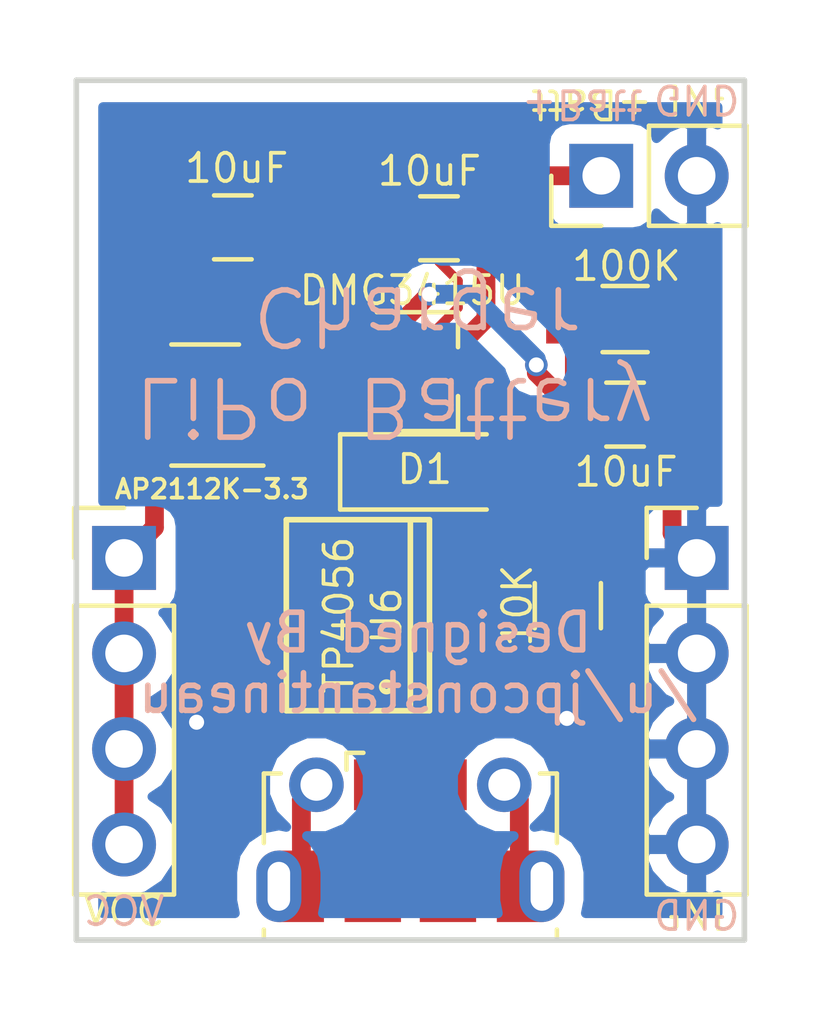
<source format=kicad_pcb>
(kicad_pcb (version 4) (host pcbnew 4.0.7)

  (general
    (links 40)
    (no_connects 0)
    (area 96.852381 129.87238 121.58762 157.687)
    (thickness 1.6)
    (drawings 14)
    (tracks 114)
    (zones 0)
    (modules 13)
    (nets 8)
  )

  (page A4)
  (layers
    (0 F.Cu signal)
    (31 B.Cu signal)
    (32 B.Adhes user)
    (33 F.Adhes user)
    (34 B.Paste user)
    (35 F.Paste user)
    (36 B.SilkS user)
    (37 F.SilkS user)
    (38 B.Mask user)
    (39 F.Mask user)
    (40 Dwgs.User user)
    (41 Cmts.User user hide)
    (42 Eco1.User user hide)
    (43 Eco2.User user hide)
    (44 Edge.Cuts user)
    (45 Margin user hide)
    (46 B.CrtYd user hide)
    (47 F.CrtYd user hide)
    (48 B.Fab user hide)
    (49 F.Fab user hide)
  )

  (setup
    (last_trace_width 0.25)
    (user_trace_width 0.2)
    (user_trace_width 0.5)
    (trace_clearance 0.2)
    (zone_clearance 0.508)
    (zone_45_only yes)
    (trace_min 0.2)
    (segment_width 0.2)
    (edge_width 0.15)
    (via_size 0.6)
    (via_drill 0.4)
    (via_min_size 0.4)
    (via_min_drill 0.3)
    (uvia_size 0.3)
    (uvia_drill 0.1)
    (uvias_allowed no)
    (uvia_min_size 0.2)
    (uvia_min_drill 0.1)
    (pcb_text_width 0.3)
    (pcb_text_size 1.5 1.5)
    (mod_edge_width 0.15)
    (mod_text_size 1 1)
    (mod_text_width 0.15)
    (pad_size 3.25 3.25)
    (pad_drill 0)
    (pad_to_mask_clearance 0.2)
    (aux_axis_origin 0 0)
    (visible_elements 7FFFFFFF)
    (pcbplotparams
      (layerselection 0x010f0_80000001)
      (usegerberextensions false)
      (excludeedgelayer true)
      (linewidth 0.100000)
      (plotframeref false)
      (viasonmask false)
      (mode 1)
      (useauxorigin false)
      (hpglpennumber 1)
      (hpglpenspeed 20)
      (hpglpendiameter 15)
      (hpglpenoverlay 2)
      (psnegative false)
      (psa4output false)
      (plotreference true)
      (plotvalue true)
      (plotinvisibletext false)
      (padsonsilk false)
      (subtractmaskfromsilk false)
      (outputformat 1)
      (mirror false)
      (drillshape 0)
      (scaleselection 1)
      (outputdirectory gerber/))
  )

  (net 0 "")
  (net 1 GND)
  (net 2 VCC)
  (net 3 "Net-(J1-Pad6)")
  (net 4 /VBus)
  (net 5 "Net-(C5-Pad1)")
  (net 6 /VBatt)
  (net 7 "Net-(R3-Pad1)")

  (net_class Default "This is the default net class."
    (clearance 0.2)
    (trace_width 0.25)
    (via_dia 0.6)
    (via_drill 0.4)
    (uvia_dia 0.3)
    (uvia_drill 0.1)
    (add_net /VBatt)
    (add_net /VBus)
    (add_net GND)
    (add_net "Net-(C5-Pad1)")
    (add_net "Net-(J1-Pad6)")
    (add_net "Net-(R3-Pad1)")
    (add_net VCC)
  )

  (net_class Power ""
    (clearance 0.2)
    (trace_width 0.5)
    (via_dia 0.6)
    (via_drill 0.4)
    (uvia_dia 0.3)
    (uvia_drill 0.1)
  )

  (module Connectors_USB:USB_Micro-B_Molex-105017-0001 (layer F.Cu) (tedit 5B15D408) (tstamp 5B11795C)
    (at 109.22 153.162)
    (descr http://www.molex.com/pdm_docs/sd/1050170001_sd.pdf)
    (tags "Micro-USB SMD Typ-B")
    (path /5B116606)
    (attr smd)
    (fp_text reference J1 (at 0.0381 -4.37388) (layer F.SilkS) hide
      (effects (font (size 1 1) (thickness 0.15)))
    )
    (fp_text value USB_OTG (at 0.3 3.45) (layer F.Fab)
      (effects (font (size 1 1) (thickness 0.15)))
    )
    (fp_line (start -4.4 2.75) (end 4.4 2.75) (layer F.CrtYd) (width 0.05))
    (fp_line (start 4.4 -3.35) (end 4.4 2.75) (layer F.CrtYd) (width 0.05))
    (fp_line (start -4.4 -3.35) (end 4.4 -3.35) (layer F.CrtYd) (width 0.05))
    (fp_line (start -4.4 2.75) (end -4.4 -3.35) (layer F.CrtYd) (width 0.05))
    (fp_text user "PCB Edge" (at 0 1.8) (layer Dwgs.User)
      (effects (font (size 0.5 0.5) (thickness 0.08)))
    )
    (fp_line (start -3.9 -2.65) (end -3.45 -2.65) (layer F.SilkS) (width 0.12))
    (fp_line (start -3.9 -0.8) (end -3.9 -2.65) (layer F.SilkS) (width 0.12))
    (fp_line (start 3.9 1.75) (end 3.9 1.5) (layer F.SilkS) (width 0.12))
    (fp_line (start 3.75 2.5) (end 3.75 -2.5) (layer F.Fab) (width 0.1))
    (fp_line (start -3 1.801704) (end 3 1.801704) (layer F.Fab) (width 0.1))
    (fp_line (start -3.75 2.501704) (end 3.75 2.501704) (layer F.Fab) (width 0.1))
    (fp_line (start -3.75 -2.5) (end 3.75 -2.5) (layer F.Fab) (width 0.1))
    (fp_line (start -3.75 2.5) (end -3.75 -2.5) (layer F.Fab) (width 0.1))
    (fp_line (start -3.9 1.75) (end -3.9 1.5) (layer F.SilkS) (width 0.12))
    (fp_line (start 3.9 -0.8) (end 3.9 -2.65) (layer F.SilkS) (width 0.12))
    (fp_line (start 3.9 -2.65) (end 3.45 -2.65) (layer F.SilkS) (width 0.12))
    (fp_text user %R (at 0 0) (layer F.Fab)
      (effects (font (size 1 1) (thickness 0.15)))
    )
    (fp_line (start -1.7 -3.2) (end -1.25 -3.2) (layer F.SilkS) (width 0.12))
    (fp_line (start -1.7 -3.2) (end -1.7 -2.75) (layer F.SilkS) (width 0.12))
    (fp_line (start -1.3 -2.6) (end -1.5 -2.8) (layer F.Fab) (width 0.1))
    (fp_line (start -1.1 -2.8) (end -1.3 -2.6) (layer F.Fab) (width 0.1))
    (fp_line (start -1.5 -3.01) (end -1.1 -3.01) (layer F.Fab) (width 0.1))
    (fp_line (start -1.5 -3.01) (end -1.5 -2.8) (layer F.Fab) (width 0.1))
    (fp_line (start -1.1 -3.01) (end -1.1 -2.8) (layer F.Fab) (width 0.1))
    (pad 6 smd rect (at 1 0.35) (size 1.5 1.9) (layers F.Cu F.Paste F.Mask)
      (net 3 "Net-(J1-Pad6)"))
    (pad 6 thru_hole circle (at -2.5 -2.35) (size 1.45 1.45) (drill 0.85) (layers *.Cu *.Mask)
      (net 3 "Net-(J1-Pad6)"))
    (pad 2 smd rect (at -0.65 -2.35) (size 0.4 1.35) (layers F.Cu F.Paste F.Mask))
    (pad 1 smd rect (at -1.3 -2.35) (size 0.4 1.35) (layers F.Cu F.Paste F.Mask)
      (net 4 /VBus))
    (pad 5 smd rect (at 1.3 -2.35) (size 0.4 1.35) (layers F.Cu F.Paste F.Mask)
      (net 1 GND))
    (pad 4 smd rect (at 0.65 -2.35) (size 0.4 1.35) (layers F.Cu F.Paste F.Mask))
    (pad 3 smd rect (at 0 -2.35) (size 0.4 1.35) (layers F.Cu F.Paste F.Mask))
    (pad 6 thru_hole circle (at 2.5 -2.35) (size 1.45 1.45) (drill 0.85) (layers *.Cu *.Mask)
      (net 3 "Net-(J1-Pad6)"))
    (pad 6 smd rect (at -1 0.35) (size 1.5 1.9) (layers F.Cu F.Paste F.Mask)
      (net 3 "Net-(J1-Pad6)"))
    (pad 6 thru_hole oval (at -3.5 0.35 180) (size 1.2 1.9) (drill oval 0.6 1.3) (layers *.Cu *.Mask)
      (net 3 "Net-(J1-Pad6)"))
    (pad 6 thru_hole oval (at 3.5 0.35) (size 1.2 1.9) (drill oval 0.6 1.3) (layers *.Cu *.Mask)
      (net 3 "Net-(J1-Pad6)"))
    (pad 6 smd rect (at 2.9 0.35) (size 1.2 1.9) (layers F.Cu F.Mask)
      (net 3 "Net-(J1-Pad6)"))
    (pad 6 smd rect (at -2.9 0.35) (size 1.2 1.9) (layers F.Cu F.Mask)
      (net 3 "Net-(J1-Pad6)"))
    (model ${KISYS3DMOD}/Connectors_USB.3dshapes/USB_Micro-B_Molex-105017-0001.wrl
      (at (xyz 0 0 0))
      (scale (xyz 1 1 1))
      (rotate (xyz 0 0 0))
    )
  )

  (module TO_SOT_Packages_SMD:SOT-23-5_HandSoldering (layer F.Cu) (tedit 5B160FDA) (tstamp 5B117965)
    (at 103.759 140.716 180)
    (descr "5-pin SOT23 package")
    (tags "SOT-23-5 hand-soldering")
    (path /5B1178CE)
    (attr smd)
    (fp_text reference U3 (at -0.20192 -3.07852 180) (layer F.Fab)
      (effects (font (size 1 1) (thickness 0.15)))
    )
    (fp_text value AP2112K-3.3 (at -0.1778 -2.2352 180) (layer F.SilkS)
      (effects (font (size 0.5 0.5) (thickness 0.1)))
    )
    (fp_text user %R (at -0.10796 0.076159 270) (layer F.Fab)
      (effects (font (size 0.5 0.5) (thickness 0.075)))
    )
    (fp_line (start -0.9 1.61) (end 0.9 1.61) (layer F.SilkS) (width 0.12))
    (fp_line (start 0.9 -1.61) (end -1.55 -1.61) (layer F.SilkS) (width 0.12))
    (fp_line (start -0.9 -0.9) (end -0.25 -1.55) (layer F.Fab) (width 0.1))
    (fp_line (start 0.9 -1.55) (end -0.25 -1.55) (layer F.Fab) (width 0.1))
    (fp_line (start -0.9 -0.9) (end -0.9 1.55) (layer F.Fab) (width 0.1))
    (fp_line (start 0.9 1.55) (end -0.9 1.55) (layer F.Fab) (width 0.1))
    (fp_line (start 0.9 -1.55) (end 0.9 1.55) (layer F.Fab) (width 0.1))
    (fp_line (start -2.38 -1.8) (end 2.38 -1.8) (layer F.CrtYd) (width 0.05))
    (fp_line (start -2.38 -1.8) (end -2.38 1.8) (layer F.CrtYd) (width 0.05))
    (fp_line (start 2.38 1.8) (end 2.38 -1.8) (layer F.CrtYd) (width 0.05))
    (fp_line (start 2.38 1.8) (end -2.38 1.8) (layer F.CrtYd) (width 0.05))
    (pad 1 smd rect (at -1.35 -0.95 180) (size 1.56 0.65) (layers F.Cu F.Paste F.Mask)
      (net 5 "Net-(C5-Pad1)"))
    (pad 2 smd rect (at -1.35 0 180) (size 1.56 0.65) (layers F.Cu F.Paste F.Mask)
      (net 1 GND))
    (pad 3 smd rect (at -1.35 0.95 180) (size 1.56 0.65) (layers F.Cu F.Paste F.Mask)
      (net 5 "Net-(C5-Pad1)"))
    (pad 4 smd rect (at 1.35 0.95 180) (size 1.56 0.65) (layers F.Cu F.Paste F.Mask))
    (pad 5 smd rect (at 1.35 -0.95 180) (size 1.56 0.65) (layers F.Cu F.Paste F.Mask)
      (net 2 VCC))
    (model ${KISYS3DMOD}/TO_SOT_Packages_SMD.3dshapes\SOT-23-5.wrl
      (at (xyz 0 0 0))
      (scale (xyz 1 1 1))
      (rotate (xyz 0 0 0))
    )
  )

  (module TO_SOT_Packages_SMD:SOT-23 (layer F.Cu) (tedit 5B15EE98) (tstamp 5B158CF2)
    (at 109.728 139.827)
    (descr "SOT-23, Standard")
    (tags SOT-23)
    (path /5B1587C5)
    (attr smd)
    (fp_text reference Q1 (at 0.2159 -2.554061) (layer F.Fab) hide
      (effects (font (size 1 1) (thickness 0.15)))
    )
    (fp_text value DMG3415U (at -0.4572 -2.159) (layer F.SilkS)
      (effects (font (size 0.75 0.75) (thickness 0.1)))
    )
    (fp_text user %R (at -0.043941 0.017781 90) (layer F.Fab)
      (effects (font (size 0.5 0.5) (thickness 0.075)))
    )
    (fp_line (start -0.7 -0.95) (end -0.7 1.5) (layer F.Fab) (width 0.1))
    (fp_line (start -0.15 -1.52) (end 0.7 -1.52) (layer F.Fab) (width 0.1))
    (fp_line (start -0.7 -0.95) (end -0.15 -1.52) (layer F.Fab) (width 0.1))
    (fp_line (start 0.7 -1.52) (end 0.7 1.52) (layer F.Fab) (width 0.1))
    (fp_line (start -0.7 1.52) (end 0.7 1.52) (layer F.Fab) (width 0.1))
    (fp_line (start 0.76 1.58) (end 0.76 0.65) (layer F.SilkS) (width 0.12))
    (fp_line (start 0.76 -1.58) (end 0.76 -0.65) (layer F.SilkS) (width 0.12))
    (fp_line (start -1.7 -1.75) (end 1.7 -1.75) (layer F.CrtYd) (width 0.05))
    (fp_line (start 1.7 -1.75) (end 1.7 1.75) (layer F.CrtYd) (width 0.05))
    (fp_line (start 1.7 1.75) (end -1.7 1.75) (layer F.CrtYd) (width 0.05))
    (fp_line (start -1.7 1.75) (end -1.7 -1.75) (layer F.CrtYd) (width 0.05))
    (fp_line (start 0.76 -1.58) (end -1.4 -1.58) (layer F.SilkS) (width 0.12))
    (fp_line (start 0.76 1.58) (end -0.7 1.58) (layer F.SilkS) (width 0.12))
    (pad 1 smd rect (at -1 -0.95) (size 0.9 0.8) (layers F.Cu F.Paste F.Mask)
      (net 4 /VBus))
    (pad 2 smd rect (at -1 0.95) (size 0.9 0.8) (layers F.Cu F.Paste F.Mask)
      (net 5 "Net-(C5-Pad1)"))
    (pad 3 smd rect (at 1 0) (size 0.9 0.8) (layers F.Cu F.Paste F.Mask)
      (net 6 /VBatt))
    (model ${KISYS3DMOD}/TO_SOT_Packages_SMD.3dshapes/SOT-23.wrl
      (at (xyz 0 0 0))
      (scale (xyz 1 1 1))
      (rotate (xyz 0 0 0))
    )
  )

  (module Capacitors_SMD:C_0805_HandSoldering (layer F.Cu) (tedit 5B160E1B) (tstamp 5B158E89)
    (at 104.4956 135.9916)
    (descr "Capacitor SMD 0805, hand soldering")
    (tags "capacitor 0805")
    (path /5B158BD8)
    (attr smd)
    (fp_text reference C5 (at 0 -1.75) (layer F.SilkS) hide
      (effects (font (size 1 1) (thickness 0.15)))
    )
    (fp_text value 10uF (at 0.1016 -1.5748) (layer F.SilkS)
      (effects (font (size 0.75 0.75) (thickness 0.1)))
    )
    (fp_text user %R (at 0 -1.75) (layer F.Fab)
      (effects (font (size 1 1) (thickness 0.15)))
    )
    (fp_line (start -1 0.62) (end -1 -0.62) (layer F.Fab) (width 0.1))
    (fp_line (start 1 0.62) (end -1 0.62) (layer F.Fab) (width 0.1))
    (fp_line (start 1 -0.62) (end 1 0.62) (layer F.Fab) (width 0.1))
    (fp_line (start -1 -0.62) (end 1 -0.62) (layer F.Fab) (width 0.1))
    (fp_line (start 0.5 -0.85) (end -0.5 -0.85) (layer F.SilkS) (width 0.12))
    (fp_line (start -0.5 0.85) (end 0.5 0.85) (layer F.SilkS) (width 0.12))
    (fp_line (start -2.25 -0.88) (end 2.25 -0.88) (layer F.CrtYd) (width 0.05))
    (fp_line (start -2.25 -0.88) (end -2.25 0.87) (layer F.CrtYd) (width 0.05))
    (fp_line (start 2.25 0.87) (end 2.25 -0.88) (layer F.CrtYd) (width 0.05))
    (fp_line (start 2.25 0.87) (end -2.25 0.87) (layer F.CrtYd) (width 0.05))
    (pad 1 smd rect (at -1.25 0) (size 1.5 1.25) (layers F.Cu F.Paste F.Mask)
      (net 5 "Net-(C5-Pad1)"))
    (pad 2 smd rect (at 1.25 0) (size 1.5 1.25) (layers F.Cu F.Paste F.Mask)
      (net 1 GND))
    (model Capacitors_SMD.3dshapes/C_0805.wrl
      (at (xyz 0 0 0))
      (scale (xyz 1 1 1))
      (rotate (xyz 0 0 0))
    )
  )

  (module Capacitors_SMD:C_0805_HandSoldering (layer F.Cu) (tedit 5B15F459) (tstamp 5B158E95)
    (at 109.982 136.017 180)
    (descr "Capacitor SMD 0805, hand soldering")
    (tags "capacitor 0805")
    (path /5B15AD1F)
    (attr smd)
    (fp_text reference C7 (at 0 -1.75 180) (layer F.Fab)
      (effects (font (size 1 1) (thickness 0.15)))
    )
    (fp_text value 10uF (at 0.254 1.524 180) (layer F.SilkS)
      (effects (font (size 0.75 0.75) (thickness 0.1)))
    )
    (fp_text user %R (at 0 -1.75 180) (layer F.Fab)
      (effects (font (size 1 1) (thickness 0.15)))
    )
    (fp_line (start -1 0.62) (end -1 -0.62) (layer F.Fab) (width 0.1))
    (fp_line (start 1 0.62) (end -1 0.62) (layer F.Fab) (width 0.1))
    (fp_line (start 1 -0.62) (end 1 0.62) (layer F.Fab) (width 0.1))
    (fp_line (start -1 -0.62) (end 1 -0.62) (layer F.Fab) (width 0.1))
    (fp_line (start 0.5 -0.85) (end -0.5 -0.85) (layer F.SilkS) (width 0.12))
    (fp_line (start -0.5 0.85) (end 0.5 0.85) (layer F.SilkS) (width 0.12))
    (fp_line (start -2.25 -0.88) (end 2.25 -0.88) (layer F.CrtYd) (width 0.05))
    (fp_line (start -2.25 -0.88) (end -2.25 0.87) (layer F.CrtYd) (width 0.05))
    (fp_line (start 2.25 0.87) (end 2.25 -0.88) (layer F.CrtYd) (width 0.05))
    (fp_line (start 2.25 0.87) (end -2.25 0.87) (layer F.CrtYd) (width 0.05))
    (pad 1 smd rect (at -1.25 0 180) (size 1.5 1.25) (layers F.Cu F.Paste F.Mask)
      (net 6 /VBatt))
    (pad 2 smd rect (at 1.25 0 180) (size 1.5 1.25) (layers F.Cu F.Paste F.Mask)
      (net 1 GND))
    (model Capacitors_SMD.3dshapes/C_0805.wrl
      (at (xyz 0 0 0))
      (scale (xyz 1 1 1))
      (rotate (xyz 0 0 0))
    )
  )

  (module Pin_Headers:Pin_Header_Straight_1x02_Pitch2.54mm (layer F.Cu) (tedit 5B160D1F) (tstamp 5B158EA1)
    (at 114.3 134.62 90)
    (descr "Through hole straight pin header, 1x02, 2.54mm pitch, single row")
    (tags "Through hole pin header THT 1x02 2.54mm single row")
    (path /5B15B915)
    (fp_text reference J3 (at 0.00762 -2.31394 90) (layer F.Fab)
      (effects (font (size 1 1) (thickness 0.15)))
    )
    (fp_text value Conn_01x02 (at 0 4.87 90) (layer F.Fab)
      (effects (font (size 1 1) (thickness 0.15)))
    )
    (fp_line (start -0.635 -1.27) (end 1.27 -1.27) (layer F.Fab) (width 0.1))
    (fp_line (start 1.27 -1.27) (end 1.27 3.81) (layer F.Fab) (width 0.1))
    (fp_line (start 1.27 3.81) (end -1.27 3.81) (layer F.Fab) (width 0.1))
    (fp_line (start -1.27 3.81) (end -1.27 -0.635) (layer F.Fab) (width 0.1))
    (fp_line (start -1.27 -0.635) (end -0.635 -1.27) (layer F.Fab) (width 0.1))
    (fp_line (start -1.33 3.87) (end 1.33 3.87) (layer F.SilkS) (width 0.12))
    (fp_line (start -1.33 1.27) (end -1.33 3.87) (layer F.SilkS) (width 0.12))
    (fp_line (start 1.33 1.27) (end 1.33 3.87) (layer F.SilkS) (width 0.12))
    (fp_line (start -1.33 1.27) (end 1.33 1.27) (layer F.SilkS) (width 0.12))
    (fp_line (start -1.33 0) (end -1.33 -1.33) (layer F.SilkS) (width 0.12))
    (fp_line (start -1.33 -1.33) (end 0 -1.33) (layer F.SilkS) (width 0.12))
    (fp_line (start -1.8 -1.8) (end -1.8 4.35) (layer F.CrtYd) (width 0.05))
    (fp_line (start -1.8 4.35) (end 1.8 4.35) (layer F.CrtYd) (width 0.05))
    (fp_line (start 1.8 4.35) (end 1.8 -1.8) (layer F.CrtYd) (width 0.05))
    (fp_line (start 1.8 -1.8) (end -1.8 -1.8) (layer F.CrtYd) (width 0.05))
    (fp_text user %R (at 0.13462 1.61798 180) (layer F.Fab)
      (effects (font (size 1 1) (thickness 0.15)))
    )
    (pad 1 thru_hole rect (at 0 0 90) (size 1.7 1.7) (drill 1) (layers *.Cu *.Mask)
      (net 6 /VBatt))
    (pad 2 thru_hole oval (at 0 2.54 90) (size 1.7 1.7) (drill 1) (layers *.Cu *.Mask)
      (net 1 GND))
    (model ${KISYS3DMOD}/Pin_Headers.3dshapes/Pin_Header_Straight_1x02_Pitch2.54mm.wrl
      (at (xyz 0 0 0))
      (scale (xyz 1 1 1))
      (rotate (xyz 0 0 0))
    )
  )

  (module Resistors_SMD:R_0805_HandSoldering (layer F.Cu) (tedit 5B15EE64) (tstamp 5B158EA7)
    (at 114.935 138.43)
    (descr "Resistor SMD 0805, hand soldering")
    (tags "resistor 0805")
    (path /5B159927)
    (attr smd)
    (fp_text reference R2 (at 0 -1.7) (layer F.SilkS) hide
      (effects (font (size 1 1) (thickness 0.15)))
    )
    (fp_text value 100K (at 0.03556 -1.40716) (layer F.SilkS)
      (effects (font (size 0.75 0.75) (thickness 0.1)))
    )
    (fp_text user %R (at 0 0) (layer F.Fab)
      (effects (font (size 0.5 0.5) (thickness 0.075)))
    )
    (fp_line (start -1 0.62) (end -1 -0.62) (layer F.Fab) (width 0.1))
    (fp_line (start 1 0.62) (end -1 0.62) (layer F.Fab) (width 0.1))
    (fp_line (start 1 -0.62) (end 1 0.62) (layer F.Fab) (width 0.1))
    (fp_line (start -1 -0.62) (end 1 -0.62) (layer F.Fab) (width 0.1))
    (fp_line (start 0.6 0.88) (end -0.6 0.88) (layer F.SilkS) (width 0.12))
    (fp_line (start -0.6 -0.88) (end 0.6 -0.88) (layer F.SilkS) (width 0.12))
    (fp_line (start -2.35 -0.9) (end 2.35 -0.9) (layer F.CrtYd) (width 0.05))
    (fp_line (start -2.35 -0.9) (end -2.35 0.9) (layer F.CrtYd) (width 0.05))
    (fp_line (start 2.35 0.9) (end 2.35 -0.9) (layer F.CrtYd) (width 0.05))
    (fp_line (start 2.35 0.9) (end -2.35 0.9) (layer F.CrtYd) (width 0.05))
    (pad 1 smd rect (at -1.35 0) (size 1.5 1.3) (layers F.Cu F.Paste F.Mask)
      (net 4 /VBus))
    (pad 2 smd rect (at 1.35 0) (size 1.5 1.3) (layers F.Cu F.Paste F.Mask)
      (net 1 GND))
    (model ${KISYS3DMOD}/Resistors_SMD.3dshapes/R_0805.wrl
      (at (xyz 0 0 0))
      (scale (xyz 1 1 1))
      (rotate (xyz 0 0 0))
    )
  )

  (module Resistors_SMD:R_0805_HandSoldering (layer F.Cu) (tedit 5B15ED40) (tstamp 5B158EAD)
    (at 113.411 146.05 270)
    (descr "Resistor SMD 0805, hand soldering")
    (tags "resistor 0805")
    (path /5B15A848)
    (attr smd)
    (fp_text reference R3 (at 0 -1.7 270) (layer F.SilkS) hide
      (effects (font (size 1 1) (thickness 0.15)))
    )
    (fp_text value 10K (at 0 1.3462 270) (layer F.SilkS)
      (effects (font (size 0.75 0.75) (thickness 0.1)))
    )
    (fp_text user %R (at -0.0508 0.06858 270) (layer F.Fab)
      (effects (font (size 0.5 0.5) (thickness 0.075)))
    )
    (fp_line (start -1 0.62) (end -1 -0.62) (layer F.Fab) (width 0.1))
    (fp_line (start 1 0.62) (end -1 0.62) (layer F.Fab) (width 0.1))
    (fp_line (start 1 -0.62) (end 1 0.62) (layer F.Fab) (width 0.1))
    (fp_line (start -1 -0.62) (end 1 -0.62) (layer F.Fab) (width 0.1))
    (fp_line (start 0.6 0.88) (end -0.6 0.88) (layer F.SilkS) (width 0.12))
    (fp_line (start -0.6 -0.88) (end 0.6 -0.88) (layer F.SilkS) (width 0.12))
    (fp_line (start -2.35 -0.9) (end 2.35 -0.9) (layer F.CrtYd) (width 0.05))
    (fp_line (start -2.35 -0.9) (end -2.35 0.9) (layer F.CrtYd) (width 0.05))
    (fp_line (start 2.35 0.9) (end 2.35 -0.9) (layer F.CrtYd) (width 0.05))
    (fp_line (start 2.35 0.9) (end -2.35 0.9) (layer F.CrtYd) (width 0.05))
    (pad 1 smd rect (at -1.35 0 270) (size 1.5 1.3) (layers F.Cu F.Paste F.Mask)
      (net 7 "Net-(R3-Pad1)"))
    (pad 2 smd rect (at 1.35 0 270) (size 1.5 1.3) (layers F.Cu F.Paste F.Mask)
      (net 1 GND))
    (model ${KISYS3DMOD}/Resistors_SMD.3dshapes/R_0805.wrl
      (at (xyz 0 0 0))
      (scale (xyz 1 1 1))
      (rotate (xyz 0 0 0))
    )
  )

  (module Capacitors_SMD:C_0805_HandSoldering (layer F.Cu) (tedit 5B15F3FD) (tstamp 5B15979C)
    (at 114.935 140.97)
    (descr "Capacitor SMD 0805, hand soldering")
    (tags "capacitor 0805")
    (path /5B15F50A)
    (attr smd)
    (fp_text reference C8 (at 0 -1.75) (layer F.Fab)
      (effects (font (size 1 1) (thickness 0.15)))
    )
    (fp_text value 10uF (at 0.0254 1.524) (layer F.SilkS)
      (effects (font (size 0.75 0.75) (thickness 0.1)))
    )
    (fp_text user %R (at 0 -1.75) (layer F.Fab)
      (effects (font (size 1 1) (thickness 0.15)))
    )
    (fp_line (start -1 0.62) (end -1 -0.62) (layer F.Fab) (width 0.1))
    (fp_line (start 1 0.62) (end -1 0.62) (layer F.Fab) (width 0.1))
    (fp_line (start 1 -0.62) (end 1 0.62) (layer F.Fab) (width 0.1))
    (fp_line (start -1 -0.62) (end 1 -0.62) (layer F.Fab) (width 0.1))
    (fp_line (start 0.5 -0.85) (end -0.5 -0.85) (layer F.SilkS) (width 0.12))
    (fp_line (start -0.5 0.85) (end 0.5 0.85) (layer F.SilkS) (width 0.12))
    (fp_line (start -2.25 -0.88) (end 2.25 -0.88) (layer F.CrtYd) (width 0.05))
    (fp_line (start -2.25 -0.88) (end -2.25 0.87) (layer F.CrtYd) (width 0.05))
    (fp_line (start 2.25 0.87) (end 2.25 -0.88) (layer F.CrtYd) (width 0.05))
    (fp_line (start 2.25 0.87) (end -2.25 0.87) (layer F.CrtYd) (width 0.05))
    (pad 1 smd rect (at -1.25 0) (size 1.5 1.25) (layers F.Cu F.Paste F.Mask)
      (net 4 /VBus))
    (pad 2 smd rect (at 1.25 0) (size 1.5 1.25) (layers F.Cu F.Paste F.Mask)
      (net 1 GND))
    (model Capacitors_SMD.3dshapes/C_0805.wrl
      (at (xyz 0 0 0))
      (scale (xyz 1 1 1))
      (rotate (xyz 0 0 0))
    )
  )

  (module Power_Integrations:SO-8 (layer F.Cu) (tedit 5B160DEE) (tstamp 5B15E559)
    (at 107.823 146.304 90)
    (descr "SO-8 Surface Mount Small Outline 150mil 8pin Package")
    (tags "Power Integrations D Package")
    (path /5B15E4E3)
    (fp_text reference U6 (at -0.01556 0.76704 90) (layer F.SilkS)
      (effects (font (size 0.75 0.75) (thickness 0.1)))
    )
    (fp_text value TP4056 (at 0 -0.508 270) (layer F.SilkS)
      (effects (font (size 0.75 0.75) (thickness 0.1)))
    )
    (fp_circle (center -1.905 0.762) (end -1.778 0.762) (layer F.SilkS) (width 0.15))
    (fp_line (start -2.54 1.397) (end 2.54 1.397) (layer F.SilkS) (width 0.15))
    (fp_line (start -2.54 -1.905) (end 2.54 -1.905) (layer F.SilkS) (width 0.15))
    (fp_line (start -2.54 1.905) (end 2.54 1.905) (layer F.SilkS) (width 0.15))
    (fp_line (start -2.54 1.905) (end -2.54 -1.905) (layer F.SilkS) (width 0.15))
    (fp_line (start 2.54 1.905) (end 2.54 -1.905) (layer F.SilkS) (width 0.15))
    (pad 1 smd oval (at -1.905 2.794 90) (size 0.6096 1.4732) (layers F.Cu F.Paste F.Mask)
      (net 1 GND))
    (pad 2 smd oval (at -0.635 2.794 90) (size 0.6096 1.4732) (layers F.Cu F.Paste F.Mask)
      (net 7 "Net-(R3-Pad1)"))
    (pad 3 smd oval (at 0.635 2.794 90) (size 0.6096 1.4732) (layers F.Cu F.Paste F.Mask)
      (net 1 GND))
    (pad 4 smd oval (at 1.905 2.794 90) (size 0.6096 1.4732) (layers F.Cu F.Paste F.Mask)
      (net 4 /VBus))
    (pad 5 smd oval (at 1.905 -2.794 90) (size 0.6096 1.4732) (layers F.Cu F.Paste F.Mask)
      (net 6 /VBatt))
    (pad 6 smd oval (at 0.635 -2.794 90) (size 0.6096 1.4732) (layers F.Cu F.Paste F.Mask)
      (net 1 GND))
    (pad 7 smd oval (at -0.635 -2.794 90) (size 0.6096 1.4732) (layers F.Cu F.Paste F.Mask)
      (net 1 GND))
    (pad 8 smd oval (at -1.905 -2.794 90) (size 0.6096 1.4732) (layers F.Cu F.Paste F.Mask)
      (net 4 /VBus))
  )

  (module Diodes_SMD:D_SOD-123 (layer F.Cu) (tedit 5B161A15) (tstamp 5B161994)
    (at 109.601 142.494)
    (descr SOD-123)
    (tags SOD-123)
    (path /5B158495)
    (attr smd)
    (fp_text reference D1 (at 0 -0.07) (layer F.SilkS)
      (effects (font (size 0.75 0.75) (thickness 0.1)))
    )
    (fp_text value MBR120 (at 0 2.1) (layer F.Fab)
      (effects (font (size 1 1) (thickness 0.15)))
    )
    (fp_text user %R (at 0 -2) (layer F.Fab)
      (effects (font (size 1 1) (thickness 0.15)))
    )
    (fp_line (start -2.25 -1) (end -2.25 1) (layer F.SilkS) (width 0.12))
    (fp_line (start 0.25 0) (end 0.75 0) (layer F.Fab) (width 0.1))
    (fp_line (start 0.25 0.4) (end -0.35 0) (layer F.Fab) (width 0.1))
    (fp_line (start 0.25 -0.4) (end 0.25 0.4) (layer F.Fab) (width 0.1))
    (fp_line (start -0.35 0) (end 0.25 -0.4) (layer F.Fab) (width 0.1))
    (fp_line (start -0.35 0) (end -0.35 0.55) (layer F.Fab) (width 0.1))
    (fp_line (start -0.35 0) (end -0.35 -0.55) (layer F.Fab) (width 0.1))
    (fp_line (start -0.75 0) (end -0.35 0) (layer F.Fab) (width 0.1))
    (fp_line (start -1.4 0.9) (end -1.4 -0.9) (layer F.Fab) (width 0.1))
    (fp_line (start 1.4 0.9) (end -1.4 0.9) (layer F.Fab) (width 0.1))
    (fp_line (start 1.4 -0.9) (end 1.4 0.9) (layer F.Fab) (width 0.1))
    (fp_line (start -1.4 -0.9) (end 1.4 -0.9) (layer F.Fab) (width 0.1))
    (fp_line (start -2.35 -1.15) (end 2.35 -1.15) (layer F.CrtYd) (width 0.05))
    (fp_line (start 2.35 -1.15) (end 2.35 1.15) (layer F.CrtYd) (width 0.05))
    (fp_line (start 2.35 1.15) (end -2.35 1.15) (layer F.CrtYd) (width 0.05))
    (fp_line (start -2.35 -1.15) (end -2.35 1.15) (layer F.CrtYd) (width 0.05))
    (fp_line (start -2.25 1) (end 1.65 1) (layer F.SilkS) (width 0.12))
    (fp_line (start -2.25 -1) (end 1.65 -1) (layer F.SilkS) (width 0.12))
    (pad 1 smd rect (at -1.65 0) (size 0.9 1.2) (layers F.Cu F.Paste F.Mask)
      (net 5 "Net-(C5-Pad1)"))
    (pad 2 smd rect (at 1.65 0) (size 0.9 1.2) (layers F.Cu F.Paste F.Mask)
      (net 4 /VBus))
    (model ${KISYS3DMOD}/Diodes_SMD.3dshapes/D_SOD-123.wrl
      (at (xyz 0 0 0))
      (scale (xyz 1 1 1))
      (rotate (xyz 0 0 0))
    )
  )

  (module Pin_Headers:Pin_Header_Straight_1x04_Pitch2.54mm (layer F.Cu) (tedit 5B29E033) (tstamp 5B29DB30)
    (at 116.84 144.78)
    (descr "Through hole straight pin header, 1x04, 2.54mm pitch, single row")
    (tags "Through hole pin header THT 1x04 2.54mm single row")
    (path /5B29E27E)
    (fp_text reference J2 (at 0 -2.33) (layer F.SilkS) hide
      (effects (font (size 1 1) (thickness 0.15)))
    )
    (fp_text value Conn_01x04 (at 0 9.95) (layer F.Fab)
      (effects (font (size 1 1) (thickness 0.15)))
    )
    (fp_line (start -0.635 -1.27) (end 1.27 -1.27) (layer F.Fab) (width 0.1))
    (fp_line (start 1.27 -1.27) (end 1.27 8.89) (layer F.Fab) (width 0.1))
    (fp_line (start 1.27 8.89) (end -1.27 8.89) (layer F.Fab) (width 0.1))
    (fp_line (start -1.27 8.89) (end -1.27 -0.635) (layer F.Fab) (width 0.1))
    (fp_line (start -1.27 -0.635) (end -0.635 -1.27) (layer F.Fab) (width 0.1))
    (fp_line (start -1.33 8.95) (end 1.33 8.95) (layer F.SilkS) (width 0.12))
    (fp_line (start -1.33 1.27) (end -1.33 8.95) (layer F.SilkS) (width 0.12))
    (fp_line (start 1.33 1.27) (end 1.33 8.95) (layer F.SilkS) (width 0.12))
    (fp_line (start -1.33 1.27) (end 1.33 1.27) (layer F.SilkS) (width 0.12))
    (fp_line (start -1.33 0) (end -1.33 -1.33) (layer F.SilkS) (width 0.12))
    (fp_line (start -1.33 -1.33) (end 0 -1.33) (layer F.SilkS) (width 0.12))
    (fp_line (start -1.8 -1.8) (end -1.8 9.4) (layer F.CrtYd) (width 0.05))
    (fp_line (start -1.8 9.4) (end 1.8 9.4) (layer F.CrtYd) (width 0.05))
    (fp_line (start 1.8 9.4) (end 1.8 -1.8) (layer F.CrtYd) (width 0.05))
    (fp_line (start 1.8 -1.8) (end -1.8 -1.8) (layer F.CrtYd) (width 0.05))
    (fp_text user %R (at 0 3.81 90) (layer F.Fab)
      (effects (font (size 1 1) (thickness 0.15)))
    )
    (pad 1 thru_hole rect (at 0 0) (size 1.7 1.7) (drill 1) (layers *.Cu *.Mask)
      (net 1 GND))
    (pad 2 thru_hole oval (at 0 2.54) (size 1.7 1.7) (drill 1) (layers *.Cu *.Mask)
      (net 1 GND))
    (pad 3 thru_hole oval (at 0 5.08) (size 1.7 1.7) (drill 1) (layers *.Cu *.Mask)
      (net 1 GND))
    (pad 4 thru_hole oval (at 0 7.62) (size 1.7 1.7) (drill 1) (layers *.Cu *.Mask)
      (net 1 GND))
    (model ${KISYS3DMOD}/Pin_Headers.3dshapes/Pin_Header_Straight_1x04_Pitch2.54mm.wrl
      (at (xyz 0 0 0))
      (scale (xyz 1 1 1))
      (rotate (xyz 0 0 0))
    )
  )

  (module Pin_Headers:Pin_Header_Straight_1x04_Pitch2.54mm (layer F.Cu) (tedit 5B29E038) (tstamp 5B29DB38)
    (at 101.6 144.78)
    (descr "Through hole straight pin header, 1x04, 2.54mm pitch, single row")
    (tags "Through hole pin header THT 1x04 2.54mm single row")
    (path /5B29E383)
    (fp_text reference J4 (at 0 -2.33) (layer F.SilkS) hide
      (effects (font (size 1 1) (thickness 0.15)))
    )
    (fp_text value Conn_01x04 (at 0 9.95) (layer F.Fab)
      (effects (font (size 1 1) (thickness 0.15)))
    )
    (fp_line (start -0.635 -1.27) (end 1.27 -1.27) (layer F.Fab) (width 0.1))
    (fp_line (start 1.27 -1.27) (end 1.27 8.89) (layer F.Fab) (width 0.1))
    (fp_line (start 1.27 8.89) (end -1.27 8.89) (layer F.Fab) (width 0.1))
    (fp_line (start -1.27 8.89) (end -1.27 -0.635) (layer F.Fab) (width 0.1))
    (fp_line (start -1.27 -0.635) (end -0.635 -1.27) (layer F.Fab) (width 0.1))
    (fp_line (start -1.33 8.95) (end 1.33 8.95) (layer F.SilkS) (width 0.12))
    (fp_line (start -1.33 1.27) (end -1.33 8.95) (layer F.SilkS) (width 0.12))
    (fp_line (start 1.33 1.27) (end 1.33 8.95) (layer F.SilkS) (width 0.12))
    (fp_line (start -1.33 1.27) (end 1.33 1.27) (layer F.SilkS) (width 0.12))
    (fp_line (start -1.33 0) (end -1.33 -1.33) (layer F.SilkS) (width 0.12))
    (fp_line (start -1.33 -1.33) (end 0 -1.33) (layer F.SilkS) (width 0.12))
    (fp_line (start -1.8 -1.8) (end -1.8 9.4) (layer F.CrtYd) (width 0.05))
    (fp_line (start -1.8 9.4) (end 1.8 9.4) (layer F.CrtYd) (width 0.05))
    (fp_line (start 1.8 9.4) (end 1.8 -1.8) (layer F.CrtYd) (width 0.05))
    (fp_line (start 1.8 -1.8) (end -1.8 -1.8) (layer F.CrtYd) (width 0.05))
    (fp_text user %R (at 0 3.81 90) (layer F.Fab)
      (effects (font (size 1 1) (thickness 0.15)))
    )
    (pad 1 thru_hole rect (at 0 0) (size 1.7 1.7) (drill 1) (layers *.Cu *.Mask)
      (net 2 VCC))
    (pad 2 thru_hole oval (at 0 2.54) (size 1.7 1.7) (drill 1) (layers *.Cu *.Mask)
      (net 2 VCC))
    (pad 3 thru_hole oval (at 0 5.08) (size 1.7 1.7) (drill 1) (layers *.Cu *.Mask)
      (net 2 VCC))
    (pad 4 thru_hole oval (at 0 7.62) (size 1.7 1.7) (drill 1) (layers *.Cu *.Mask)
      (net 2 VCC))
    (model ${KISYS3DMOD}/Pin_Headers.3dshapes/Pin_Header_Straight_1x04_Pitch2.54mm.wrl
      (at (xyz 0 0 0))
      (scale (xyz 1 1 1))
      (rotate (xyz 0 0 0))
    )
  )

  (gr_text "LiPo Battery \nCharger" (at 109.3724 139.5476 180) (layer B.SilkS)
    (effects (font (size 1.5 1.5) (thickness 0.15)) (justify mirror))
  )
  (gr_text "Designed By\n/u/jpconstantineau" (at 109.4232 147.574) (layer B.SilkS)
    (effects (font (size 1 1) (thickness 0.15)) (justify mirror))
  )
  (gr_text GND (at 116.84 154.305) (layer B.SilkS)
    (effects (font (size 0.75 0.75) (thickness 0.1)) (justify mirror))
  )
  (gr_text VCC (at 101.6 154.178) (layer B.SilkS)
    (effects (font (size 0.75 0.75) (thickness 0.1)) (justify mirror))
  )
  (gr_text GND (at 116.84 154.305) (layer F.SilkS)
    (effects (font (size 0.75 0.75) (thickness 0.1)))
  )
  (gr_text VCC (at 101.6 154.178) (layer F.SilkS)
    (effects (font (size 0.75 0.75) (thickness 0.1)))
  )
  (gr_text +Batt (at 113.792 132.715 180) (layer B.SilkS)
    (effects (font (size 0.75 0.75) (thickness 0.1)) (justify mirror))
  )
  (gr_text GND (at 116.84 132.588 180) (layer B.SilkS)
    (effects (font (size 0.75 0.75) (thickness 0.1)) (justify mirror))
  )
  (gr_text +Batt (at 114.046 132.715 180) (layer F.SilkS)
    (effects (font (size 0.75 0.75) (thickness 0.1)))
  )
  (gr_text GND (at 116.84 132.588 180) (layer F.SilkS)
    (effects (font (size 0.75 0.75) (thickness 0.1)))
  )
  (gr_line (start 118.11 154.94) (end 100.33 154.94) (layer Edge.Cuts) (width 0.15))
  (gr_line (start 118.11 132.08) (end 118.11 154.94) (layer Edge.Cuts) (width 0.15))
  (gr_line (start 100.33 132.08) (end 118.11 132.08) (layer Edge.Cuts) (width 0.15))
  (gr_line (start 100.33 154.94) (end 100.33 132.08) (layer Edge.Cuts) (width 0.15))

  (segment (start 110.52 150.812) (end 110.52 148.306) (width 0.25) (layer F.Cu) (net 1))
  (segment (start 110.52 148.306) (end 110.617 148.209) (width 0.25) (layer F.Cu) (net 1))
  (segment (start 113.3856 149.0472) (end 113.3856 147.4254) (width 0.5) (layer F.Cu) (net 1))
  (segment (start 113.3856 147.4254) (end 113.411 147.4) (width 0.5) (layer F.Cu) (net 1))
  (segment (start 103.5304 149.1488) (end 113.284 149.1488) (width 0.5) (layer B.Cu) (net 1))
  (segment (start 113.284 149.1488) (end 113.3856 149.0472) (width 0.5) (layer B.Cu) (net 1))
  (via (at 113.3856 149.0472) (size 0.6) (drill 0.4) (layers F.Cu B.Cu) (net 1))
  (segment (start 105.029 146.939) (end 104.5972 146.939) (width 0.5) (layer F.Cu) (net 1))
  (segment (start 104.5972 146.939) (end 103.5304 148.0058) (width 0.5) (layer F.Cu) (net 1))
  (segment (start 103.5304 148.0058) (end 103.5304 148.208338) (width 0.5) (layer F.Cu) (net 1))
  (segment (start 103.5304 148.208338) (end 103.5304 149.1488) (width 0.5) (layer F.Cu) (net 1))
  (via (at 103.5304 149.1488) (size 0.6) (drill 0.4) (layers F.Cu B.Cu) (net 1))
  (segment (start 105.109 140.716) (end 106.074002 140.716) (width 0.5) (layer F.Cu) (net 1))
  (segment (start 106.074002 140.716) (end 106.339001 140.451001) (width 0.5) (layer F.Cu) (net 1))
  (segment (start 106.339001 140.451001) (end 106.339001 139.534999) (width 0.5) (layer F.Cu) (net 1))
  (segment (start 106.339001 139.534999) (end 108.732 137.142) (width 0.5) (layer F.Cu) (net 1))
  (segment (start 108.732 137.142) (end 108.732 136.017) (width 0.5) (layer F.Cu) (net 1))
  (segment (start 108.732 136.017) (end 105.771 136.017) (width 0.5) (layer F.Cu) (net 1))
  (segment (start 105.771 136.017) (end 105.7456 135.9916) (width 0.5) (layer F.Cu) (net 1))
  (segment (start 116.185 140.97) (end 116.185 144.125) (width 0.5) (layer F.Cu) (net 1))
  (segment (start 116.185 144.125) (end 116.84 144.78) (width 0.5) (layer F.Cu) (net 1))
  (segment (start 116.285 138.43) (end 116.285 140.87) (width 0.5) (layer F.Cu) (net 1))
  (segment (start 116.285 140.87) (end 116.185 140.97) (width 0.5) (layer F.Cu) (net 1))
  (segment (start 116.84 134.62) (end 116.84 137.875) (width 0.5) (layer F.Cu) (net 1))
  (segment (start 116.84 137.875) (end 116.285 138.43) (width 0.5) (layer F.Cu) (net 1))
  (segment (start 105.029 146.939) (end 105.029 145.669) (width 0.5) (layer F.Cu) (net 1))
  (segment (start 110.1852 148.209) (end 110.617 148.209) (width 0.5) (layer F.Cu) (net 1))
  (segment (start 109.093 146.7612) (end 109.093 147.1168) (width 0.5) (layer F.Cu) (net 1))
  (segment (start 109.093 147.1168) (end 110.1852 148.209) (width 0.5) (layer F.Cu) (net 1))
  (segment (start 110.1852 145.669) (end 109.093 146.7612) (width 0.5) (layer F.Cu) (net 1))
  (segment (start 110.617 145.669) (end 110.1852 145.669) (width 0.5) (layer F.Cu) (net 1))
  (segment (start 116.84 147.32) (end 113.491 147.32) (width 0.5) (layer F.Cu) (net 1))
  (segment (start 113.491 147.32) (end 113.411 147.4) (width 0.5) (layer F.Cu) (net 1))
  (segment (start 110.617 148.209) (end 112.602 148.209) (width 0.5) (layer F.Cu) (net 1))
  (segment (start 112.602 148.209) (end 113.411 147.4) (width 0.5) (layer F.Cu) (net 1))
  (segment (start 104.013 140.716) (end 103.639001 141.089999) (width 0.5) (layer F.Cu) (net 1))
  (segment (start 103.639001 141.089999) (end 103.639001 144.710801) (width 0.5) (layer F.Cu) (net 1))
  (segment (start 103.639001 144.710801) (end 104.5972 145.669) (width 0.5) (layer F.Cu) (net 1))
  (segment (start 104.5972 145.669) (end 105.029 145.669) (width 0.5) (layer F.Cu) (net 1))
  (segment (start 105.109 140.716) (end 104.013 140.716) (width 0.5) (layer F.Cu) (net 1))
  (segment (start 105.109 140.716) (end 105.109 140.541001) (width 0.5) (layer F.Cu) (net 1))
  (segment (start 116.84 147.32) (end 116.84 144.78) (width 0.5) (layer F.Cu) (net 1))
  (segment (start 116.84 149.86) (end 116.84 147.32) (width 0.5) (layer F.Cu) (net 1))
  (segment (start 116.84 152.4) (end 116.84 149.86) (width 0.5) (layer F.Cu) (net 1))
  (segment (start 101.6 149.86) (end 101.6 152.4) (width 0.5) (layer F.Cu) (net 2))
  (segment (start 101.6 147.32) (end 101.6 149.86) (width 0.5) (layer F.Cu) (net 2))
  (segment (start 101.6 144.78) (end 101.6 147.32) (width 0.5) (layer F.Cu) (net 2))
  (segment (start 102.409 141.666) (end 102.409 143.971) (width 0.5) (layer F.Cu) (net 2))
  (segment (start 102.409 143.971) (end 101.6 144.78) (width 0.5) (layer F.Cu) (net 2))
  (segment (start 106.32 153.512) (end 106.32 151.212) (width 0.5) (layer F.Cu) (net 3))
  (segment (start 106.32 151.212) (end 106.72 150.812) (width 0.5) (layer F.Cu) (net 3))
  (segment (start 112.12 153.512) (end 112.12 151.212) (width 0.5) (layer F.Cu) (net 3))
  (segment (start 112.12 151.212) (end 111.72 150.812) (width 0.5) (layer F.Cu) (net 3))
  (segment (start 110.22 153.512) (end 112.12 153.512) (width 0.5) (layer F.Cu) (net 3))
  (segment (start 108.22 153.512) (end 110.22 153.512) (width 0.5) (layer F.Cu) (net 3))
  (segment (start 105.72 153.512) (end 108.22 153.512) (width 0.5) (layer F.Cu) (net 3))
  (segment (start 107.92 150.812) (end 107.92 149.887) (width 0.25) (layer F.Cu) (net 4))
  (segment (start 107.92 149.887) (end 107.92 148.336) (width 0.25) (layer F.Cu) (net 4))
  (segment (start 112.5728 139.6492) (end 112.5728 139.8578) (width 0.5) (layer F.Cu) (net 4))
  (segment (start 112.5728 139.8578) (end 113.685 140.97) (width 0.5) (layer F.Cu) (net 4))
  (segment (start 110.8456 137.7696) (end 112.5728 139.4968) (width 0.5) (layer B.Cu) (net 4))
  (segment (start 112.5728 139.4968) (end 112.5728 139.6492) (width 0.5) (layer B.Cu) (net 4))
  (via (at 112.5728 139.6492) (size 0.6) (drill 0.4) (layers F.Cu B.Cu) (net 4))
  (segment (start 110.152264 137.7696) (end 110.8456 137.7696) (width 0.5) (layer B.Cu) (net 4))
  (segment (start 109.728 137.7696) (end 110.152264 137.7696) (width 0.5) (layer B.Cu) (net 4))
  (segment (start 108.728 138.877) (end 108.728 138.7696) (width 0.5) (layer F.Cu) (net 4))
  (segment (start 108.728 138.7696) (end 109.728 137.7696) (width 0.5) (layer F.Cu) (net 4))
  (via (at 109.728 137.7696) (size 0.6) (drill 0.4) (layers F.Cu B.Cu) (net 4))
  (segment (start 111.251 142.494) (end 112.161 142.494) (width 0.5) (layer F.Cu) (net 4))
  (segment (start 112.161 142.494) (end 113.685 140.97) (width 0.5) (layer F.Cu) (net 4))
  (segment (start 110.617 144.399) (end 110.617 143.128) (width 0.5) (layer F.Cu) (net 4))
  (segment (start 110.617 143.128) (end 111.251 142.494) (width 0.5) (layer F.Cu) (net 4))
  (segment (start 107.92 148.336) (end 107.92 146.6642) (width 0.5) (layer F.Cu) (net 4))
  (segment (start 105.029 148.209) (end 105.4608 148.209) (width 0.5) (layer F.Cu) (net 4))
  (segment (start 105.4608 148.209) (end 105.5878 148.336) (width 0.5) (layer F.Cu) (net 4))
  (segment (start 105.5878 148.336) (end 107.92 148.336) (width 0.5) (layer F.Cu) (net 4))
  (segment (start 107.92 146.6642) (end 110.1852 144.399) (width 0.5) (layer F.Cu) (net 4))
  (segment (start 110.1852 144.399) (end 110.617 144.399) (width 0.5) (layer F.Cu) (net 4))
  (segment (start 113.585 138.43) (end 113.585 140.87) (width 0.5) (layer F.Cu) (net 4))
  (segment (start 113.585 140.87) (end 113.685 140.97) (width 0.5) (layer F.Cu) (net 4))
  (segment (start 109.345802 134.6708) (end 104.6914 134.6708) (width 0.25) (layer F.Cu) (net 5))
  (segment (start 104.6914 134.6708) (end 103.3706 135.9916) (width 0.25) (layer F.Cu) (net 5))
  (segment (start 103.3706 135.9916) (end 103.2456 135.9916) (width 0.25) (layer F.Cu) (net 5))
  (segment (start 109.982 136.906) (end 109.982 135.306998) (width 0.25) (layer F.Cu) (net 5))
  (segment (start 109.982 135.306998) (end 109.345802 134.6708) (width 0.25) (layer F.Cu) (net 5))
  (segment (start 110.49 137.414) (end 109.982 136.906) (width 0.25) (layer F.Cu) (net 5))
  (segment (start 110.49 138.1252) (end 110.49 137.414) (width 0.25) (layer F.Cu) (net 5))
  (segment (start 109.503001 139.112199) (end 110.49 138.1252) (width 0.25) (layer F.Cu) (net 5))
  (segment (start 108.728 140.777) (end 108.778 140.777) (width 0.25) (layer F.Cu) (net 5))
  (segment (start 108.778 140.777) (end 109.503001 140.051999) (width 0.25) (layer F.Cu) (net 5))
  (segment (start 109.503001 140.051999) (end 109.503001 139.112199) (width 0.25) (layer F.Cu) (net 5))
  (segment (start 103.2456 135.9916) (end 103.2456 137.9026) (width 0.5) (layer F.Cu) (net 5))
  (segment (start 103.2456 137.9026) (end 105.109 139.766) (width 0.5) (layer F.Cu) (net 5))
  (segment (start 108.728 140.777) (end 108.728 141.717) (width 0.5) (layer F.Cu) (net 5))
  (segment (start 108.728 141.717) (end 107.951 142.494) (width 0.5) (layer F.Cu) (net 5))
  (segment (start 105.109 141.666) (end 107.123 141.666) (width 0.5) (layer F.Cu) (net 5))
  (segment (start 107.123 141.666) (end 107.951 142.494) (width 0.5) (layer F.Cu) (net 5))
  (segment (start 110.728 139.827) (end 110.728 140.727) (width 0.5) (layer F.Cu) (net 6))
  (segment (start 110.728 140.727) (end 109.22 142.235) (width 0.5) (layer F.Cu) (net 6))
  (segment (start 109.22 142.235) (end 109.22 143.085002) (width 0.5) (layer F.Cu) (net 6))
  (segment (start 109.22 143.085002) (end 107.906002 144.399) (width 0.5) (layer F.Cu) (net 6))
  (segment (start 107.906002 144.399) (end 106.2656 144.399) (width 0.5) (layer F.Cu) (net 6))
  (segment (start 106.2656 144.399) (end 105.029 144.399) (width 0.5) (layer F.Cu) (net 6))
  (segment (start 110.728 139.827) (end 110.728 138.927) (width 0.5) (layer F.Cu) (net 6))
  (segment (start 110.728 138.927) (end 111.232 138.423) (width 0.5) (layer F.Cu) (net 6))
  (segment (start 111.232 138.423) (end 111.232 137.704) (width 0.5) (layer F.Cu) (net 6))
  (segment (start 111.232 136.017) (end 111.232 137.704) (width 0.5) (layer F.Cu) (net 6))
  (segment (start 114.3 134.62) (end 111.252 134.62) (width 0.5) (layer F.Cu) (net 6))
  (segment (start 111.232 136.017) (end 111.232 134.892) (width 0.5) (layer F.Cu) (net 6))
  (segment (start 111.232 134.892) (end 111.252 134.872) (width 0.5) (layer F.Cu) (net 6))
  (segment (start 111.252 134.872) (end 111.252 134.62) (width 0.5) (layer F.Cu) (net 6))
  (segment (start 114.062 134.382) (end 114.3 134.62) (width 0.5) (layer F.Cu) (net 6))
  (segment (start 110.617 146.939) (end 111.172 146.939) (width 0.5) (layer F.Cu) (net 7))
  (segment (start 111.172 146.939) (end 113.411 144.7) (width 0.5) (layer F.Cu) (net 7))

  (zone (net 1) (net_name GND) (layer B.Cu) (tstamp 0) (hatch edge 0.508)
    (connect_pads (clearance 0.508))
    (min_thickness 0.254)
    (fill yes (arc_segments 16) (thermal_gap 0.508) (thermal_bridge_width 0.508))
    (polygon
      (pts
        (xy 98.3996 130.9624) (xy 98.6028 156.1592) (xy 119.634 157.1752) (xy 120.5484 130.2004) (xy 98.298 129.9464)
      )
    )
    (filled_polygon
      (pts
        (xy 117.4 133.26265) (xy 117.19689 133.178524) (xy 116.967 133.299845) (xy 116.967 134.493) (xy 116.987 134.493)
        (xy 116.987 134.747) (xy 116.967 134.747) (xy 116.967 135.940155) (xy 117.19689 136.061476) (xy 117.4 135.97735)
        (xy 117.4 143.295) (xy 117.12575 143.295) (xy 116.967 143.45375) (xy 116.967 144.653) (xy 116.987 144.653)
        (xy 116.987 144.907) (xy 116.967 144.907) (xy 116.967 147.193) (xy 116.987 147.193) (xy 116.987 147.447)
        (xy 116.967 147.447) (xy 116.967 149.733) (xy 116.987 149.733) (xy 116.987 149.987) (xy 116.967 149.987)
        (xy 116.967 152.273) (xy 116.987 152.273) (xy 116.987 152.527) (xy 116.967 152.527) (xy 116.967 153.720819)
        (xy 117.196892 153.841486) (xy 117.4 153.746101) (xy 117.4 154.23) (xy 113.887977 154.23) (xy 113.955 153.893052)
        (xy 113.955 153.130948) (xy 113.880596 152.75689) (xy 115.398524 152.75689) (xy 115.568355 153.166924) (xy 115.958642 153.595183)
        (xy 116.483108 153.841486) (xy 116.713 153.720819) (xy 116.713 152.527) (xy 115.519845 152.527) (xy 115.398524 152.75689)
        (xy 113.880596 152.75689) (xy 113.860991 152.658334) (xy 113.593277 152.257671) (xy 113.192614 151.989957) (xy 112.72 151.895948)
        (xy 112.519148 151.9359) (xy 112.87228 151.583384) (xy 113.079763 151.083708) (xy 113.080236 150.542666) (xy 112.945628 150.21689)
        (xy 115.398524 150.21689) (xy 115.568355 150.626924) (xy 115.958642 151.055183) (xy 116.117954 151.13) (xy 115.958642 151.204817)
        (xy 115.568355 151.633076) (xy 115.398524 152.04311) (xy 115.519845 152.273) (xy 116.713 152.273) (xy 116.713 149.987)
        (xy 115.519845 149.987) (xy 115.398524 150.21689) (xy 112.945628 150.21689) (xy 112.873624 150.042628) (xy 112.491384 149.65972)
        (xy 111.991708 149.452237) (xy 111.450666 149.451764) (xy 110.950628 149.658376) (xy 110.56772 150.040616) (xy 110.360237 150.540292)
        (xy 110.359764 151.081334) (xy 110.566376 151.581372) (xy 110.948616 151.96428) (xy 111.448292 152.171763) (xy 111.974605 152.172223)
        (xy 111.846723 152.257671) (xy 111.579009 152.658334) (xy 111.485 153.130948) (xy 111.485 153.893052) (xy 111.552023 154.23)
        (xy 106.887977 154.23) (xy 106.955 153.893052) (xy 106.955 153.130948) (xy 106.860991 152.658334) (xy 106.593277 152.257671)
        (xy 106.464728 152.171777) (xy 106.989334 152.172236) (xy 107.489372 151.965624) (xy 107.87228 151.583384) (xy 108.079763 151.083708)
        (xy 108.080236 150.542666) (xy 107.873624 150.042628) (xy 107.491384 149.65972) (xy 106.991708 149.452237) (xy 106.450666 149.451764)
        (xy 105.950628 149.658376) (xy 105.56772 150.040616) (xy 105.360237 150.540292) (xy 105.359764 151.081334) (xy 105.566376 151.581372)
        (xy 105.920145 151.935759) (xy 105.72 151.895948) (xy 105.247386 151.989957) (xy 104.846723 152.257671) (xy 104.579009 152.658334)
        (xy 104.485 153.130948) (xy 104.485 153.893052) (xy 104.552023 154.23) (xy 101.04 154.23) (xy 101.04 153.779396)
        (xy 101.570907 153.885) (xy 101.629093 153.885) (xy 102.197378 153.771961) (xy 102.679147 153.450054) (xy 103.001054 152.968285)
        (xy 103.114093 152.4) (xy 103.001054 151.831715) (xy 102.679147 151.349946) (xy 102.349974 151.13) (xy 102.679147 150.910054)
        (xy 103.001054 150.428285) (xy 103.114093 149.86) (xy 103.001054 149.291715) (xy 102.679147 148.809946) (xy 102.349974 148.59)
        (xy 102.679147 148.370054) (xy 103.001054 147.888285) (xy 103.043103 147.67689) (xy 115.398524 147.67689) (xy 115.568355 148.086924)
        (xy 115.958642 148.515183) (xy 116.117954 148.59) (xy 115.958642 148.664817) (xy 115.568355 149.093076) (xy 115.398524 149.50311)
        (xy 115.519845 149.733) (xy 116.713 149.733) (xy 116.713 147.447) (xy 115.519845 147.447) (xy 115.398524 147.67689)
        (xy 103.043103 147.67689) (xy 103.114093 147.32) (xy 103.001054 146.751715) (xy 102.679147 146.269946) (xy 102.637548 146.24215)
        (xy 102.685317 146.233162) (xy 102.901441 146.09409) (xy 103.046431 145.88189) (xy 103.09744 145.63) (xy 103.09744 145.06575)
        (xy 115.355 145.06575) (xy 115.355 145.75631) (xy 115.451673 145.989699) (xy 115.630302 146.168327) (xy 115.839878 146.255136)
        (xy 115.568355 146.553076) (xy 115.398524 146.96311) (xy 115.519845 147.193) (xy 116.713 147.193) (xy 116.713 144.907)
        (xy 115.51375 144.907) (xy 115.355 145.06575) (xy 103.09744 145.06575) (xy 103.09744 143.93) (xy 103.073674 143.80369)
        (xy 115.355 143.80369) (xy 115.355 144.49425) (xy 115.51375 144.653) (xy 116.713 144.653) (xy 116.713 143.45375)
        (xy 116.55425 143.295) (xy 115.863691 143.295) (xy 115.630302 143.391673) (xy 115.451673 143.570301) (xy 115.355 143.80369)
        (xy 103.073674 143.80369) (xy 103.053162 143.694683) (xy 102.91409 143.478559) (xy 102.70189 143.333569) (xy 102.45 143.28256)
        (xy 101.04 143.28256) (xy 101.04 137.954767) (xy 108.792838 137.954767) (xy 108.934883 138.298543) (xy 109.197673 138.561792)
        (xy 109.541201 138.704438) (xy 109.913167 138.704762) (xy 110.034569 138.6546) (xy 110.47902 138.6546) (xy 111.637656 139.813236)
        (xy 111.637638 139.834367) (xy 111.779683 140.178143) (xy 112.042473 140.441392) (xy 112.386001 140.584038) (xy 112.757967 140.584362)
        (xy 113.101743 140.442317) (xy 113.364992 140.179527) (xy 113.507638 139.835999) (xy 113.507962 139.464033) (xy 113.398666 139.199516)
        (xy 113.390433 139.158126) (xy 113.390433 139.158125) (xy 113.367191 139.123341) (xy 113.365917 139.120257) (xy 113.363539 139.117874)
        (xy 113.19859 138.87101) (xy 113.198587 138.871008) (xy 111.47139 137.14381) (xy 111.22235 136.977408) (xy 111.184275 136.951967)
        (xy 111.128084 136.94079) (xy 110.8456 136.884599) (xy 110.845595 136.8846) (xy 110.034822 136.8846) (xy 109.914799 136.834762)
        (xy 109.542833 136.834438) (xy 109.199057 136.976483) (xy 108.935808 137.239273) (xy 108.793162 137.582801) (xy 108.792838 137.954767)
        (xy 101.04 137.954767) (xy 101.04 133.77) (xy 112.80256 133.77) (xy 112.80256 135.47) (xy 112.846838 135.705317)
        (xy 112.98591 135.921441) (xy 113.19811 136.066431) (xy 113.45 136.11744) (xy 115.15 136.11744) (xy 115.385317 136.073162)
        (xy 115.601441 135.93409) (xy 115.746431 135.72189) (xy 115.768301 135.613893) (xy 116.073076 135.891645) (xy 116.48311 136.061476)
        (xy 116.713 135.940155) (xy 116.713 134.747) (xy 116.693 134.747) (xy 116.693 134.493) (xy 116.713 134.493)
        (xy 116.713 133.299845) (xy 116.48311 133.178524) (xy 116.073076 133.348355) (xy 115.770063 133.624501) (xy 115.753162 133.534683)
        (xy 115.61409 133.318559) (xy 115.40189 133.173569) (xy 115.15 133.12256) (xy 113.45 133.12256) (xy 113.214683 133.166838)
        (xy 112.998559 133.30591) (xy 112.853569 133.51811) (xy 112.80256 133.77) (xy 101.04 133.77) (xy 101.04 132.79)
        (xy 117.4 132.79)
      )
    )
  )
)

</source>
